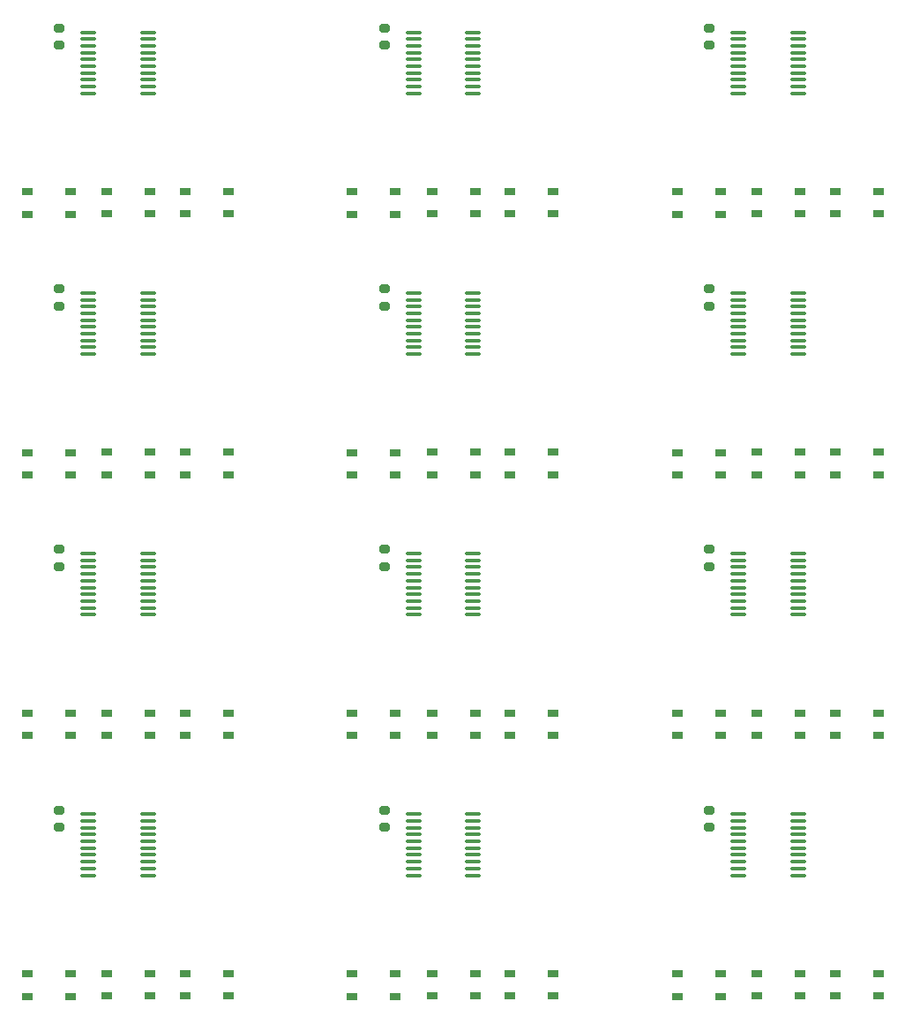
<source format=gbp>
G04 #@! TF.GenerationSoftware,KiCad,Pcbnew,7.0.7*
G04 #@! TF.CreationDate,2024-02-13T21:43:46-05:00*
G04 #@! TF.ProjectId,panelized,70616e65-6c69-47a6-9564-2e6b69636164,rev?*
G04 #@! TF.SameCoordinates,Original*
G04 #@! TF.FileFunction,Paste,Bot*
G04 #@! TF.FilePolarity,Positive*
%FSLAX46Y46*%
G04 Gerber Fmt 4.6, Leading zero omitted, Abs format (unit mm)*
G04 Created by KiCad (PCBNEW 7.0.7) date 2024-02-13 21:43:46*
%MOMM*%
%LPD*%
G01*
G04 APERTURE LIST*
G04 Aperture macros list*
%AMRoundRect*
0 Rectangle with rounded corners*
0 $1 Rounding radius*
0 $2 $3 $4 $5 $6 $7 $8 $9 X,Y pos of 4 corners*
0 Add a 4 corners polygon primitive as box body*
4,1,4,$2,$3,$4,$5,$6,$7,$8,$9,$2,$3,0*
0 Add four circle primitives for the rounded corners*
1,1,$1+$1,$2,$3*
1,1,$1+$1,$4,$5*
1,1,$1+$1,$6,$7*
1,1,$1+$1,$8,$9*
0 Add four rect primitives between the rounded corners*
20,1,$1+$1,$2,$3,$4,$5,0*
20,1,$1+$1,$4,$5,$6,$7,0*
20,1,$1+$1,$6,$7,$8,$9,0*
20,1,$1+$1,$8,$9,$2,$3,0*%
G04 Aperture macros list end*
%ADD10R,1.050000X0.650000*%
%ADD11RoundRect,0.200000X0.275000X-0.200000X0.275000X0.200000X-0.275000X0.200000X-0.275000X-0.200000X0*%
%ADD12RoundRect,0.100000X-0.637500X-0.100000X0.637500X-0.100000X0.637500X0.100000X-0.637500X0.100000X0*%
G04 APERTURE END LIST*
D10*
X122419086Y-64675000D03*
X126569086Y-64675000D03*
X122419086Y-62525000D03*
X126569086Y-62525000D03*
X177319086Y-64675000D03*
X181469086Y-64675000D03*
X177319086Y-62525000D03*
X181469086Y-62525000D03*
D11*
X110344086Y-98500000D03*
X110344086Y-96850000D03*
D10*
X111394086Y-137550000D03*
X107244086Y-137550000D03*
X111394086Y-139700000D03*
X107244086Y-139700000D03*
X114919086Y-89675000D03*
X119069086Y-89675000D03*
X114919086Y-87525000D03*
X119069086Y-87525000D03*
D12*
X113119086Y-53100000D03*
X113119086Y-52450000D03*
X113119086Y-51800000D03*
X113119086Y-51150000D03*
X113119086Y-50500000D03*
X113119086Y-49850000D03*
X113119086Y-49200000D03*
X113119086Y-48550000D03*
X113119086Y-47900000D03*
X113119086Y-47250000D03*
X118844086Y-47250000D03*
X118844086Y-47900000D03*
X118844086Y-48550000D03*
X118844086Y-49200000D03*
X118844086Y-49850000D03*
X118844086Y-50500000D03*
X118844086Y-51150000D03*
X118844086Y-51800000D03*
X118844086Y-52450000D03*
X118844086Y-53100000D03*
D10*
X111394086Y-62550000D03*
X107244086Y-62550000D03*
X111394086Y-64700000D03*
X107244086Y-64700000D03*
D12*
X144319086Y-53100000D03*
X144319086Y-52450000D03*
X144319086Y-51800000D03*
X144319086Y-51150000D03*
X144319086Y-50500000D03*
X144319086Y-49850000D03*
X144319086Y-49200000D03*
X144319086Y-48550000D03*
X144319086Y-47900000D03*
X144319086Y-47250000D03*
X150044086Y-47250000D03*
X150044086Y-47900000D03*
X150044086Y-48550000D03*
X150044086Y-49200000D03*
X150044086Y-49850000D03*
X150044086Y-50500000D03*
X150044086Y-51150000D03*
X150044086Y-51800000D03*
X150044086Y-52450000D03*
X150044086Y-53100000D03*
D11*
X110344086Y-73500000D03*
X110344086Y-71850000D03*
D12*
X144319086Y-128100000D03*
X144319086Y-127450000D03*
X144319086Y-126800000D03*
X144319086Y-126150000D03*
X144319086Y-125500000D03*
X144319086Y-124850000D03*
X144319086Y-124200000D03*
X144319086Y-123550000D03*
X144319086Y-122900000D03*
X144319086Y-122250000D03*
X150044086Y-122250000D03*
X150044086Y-122900000D03*
X150044086Y-123550000D03*
X150044086Y-124200000D03*
X150044086Y-124850000D03*
X150044086Y-125500000D03*
X150044086Y-126150000D03*
X150044086Y-126800000D03*
X150044086Y-127450000D03*
X150044086Y-128100000D03*
D10*
X153619086Y-114675000D03*
X157769086Y-114675000D03*
X153619086Y-112525000D03*
X157769086Y-112525000D03*
X142594086Y-87550000D03*
X138444086Y-87550000D03*
X142594086Y-89700000D03*
X138444086Y-89700000D03*
D12*
X113119086Y-103100000D03*
X113119086Y-102450000D03*
X113119086Y-101800000D03*
X113119086Y-101150000D03*
X113119086Y-100500000D03*
X113119086Y-99850000D03*
X113119086Y-99200000D03*
X113119086Y-98550000D03*
X113119086Y-97900000D03*
X113119086Y-97250000D03*
X118844086Y-97250000D03*
X118844086Y-97900000D03*
X118844086Y-98550000D03*
X118844086Y-99200000D03*
X118844086Y-99850000D03*
X118844086Y-100500000D03*
X118844086Y-101150000D03*
X118844086Y-101800000D03*
X118844086Y-102450000D03*
X118844086Y-103100000D03*
D10*
X184819086Y-114675000D03*
X188969086Y-114675000D03*
X184819086Y-112525000D03*
X188969086Y-112525000D03*
X122419086Y-89675000D03*
X126569086Y-89675000D03*
X122419086Y-87525000D03*
X126569086Y-87525000D03*
D12*
X175519086Y-103100000D03*
X175519086Y-102450000D03*
X175519086Y-101800000D03*
X175519086Y-101150000D03*
X175519086Y-100500000D03*
X175519086Y-99850000D03*
X175519086Y-99200000D03*
X175519086Y-98550000D03*
X175519086Y-97900000D03*
X175519086Y-97250000D03*
X181244086Y-97250000D03*
X181244086Y-97900000D03*
X181244086Y-98550000D03*
X181244086Y-99200000D03*
X181244086Y-99850000D03*
X181244086Y-100500000D03*
X181244086Y-101150000D03*
X181244086Y-101800000D03*
X181244086Y-102450000D03*
X181244086Y-103100000D03*
X175519086Y-53100000D03*
X175519086Y-52450000D03*
X175519086Y-51800000D03*
X175519086Y-51150000D03*
X175519086Y-50500000D03*
X175519086Y-49850000D03*
X175519086Y-49200000D03*
X175519086Y-48550000D03*
X175519086Y-47900000D03*
X175519086Y-47250000D03*
X181244086Y-47250000D03*
X181244086Y-47900000D03*
X181244086Y-48550000D03*
X181244086Y-49200000D03*
X181244086Y-49850000D03*
X181244086Y-50500000D03*
X181244086Y-51150000D03*
X181244086Y-51800000D03*
X181244086Y-52450000D03*
X181244086Y-53100000D03*
D10*
X173794086Y-112550000D03*
X169644086Y-112550000D03*
X173794086Y-114700000D03*
X169644086Y-114700000D03*
X153619086Y-89675000D03*
X157769086Y-89675000D03*
X153619086Y-87525000D03*
X157769086Y-87525000D03*
D11*
X172744086Y-73500000D03*
X172744086Y-71850000D03*
D10*
X146119086Y-114675000D03*
X150269086Y-114675000D03*
X146119086Y-112525000D03*
X150269086Y-112525000D03*
X122419086Y-114675000D03*
X126569086Y-114675000D03*
X122419086Y-112525000D03*
X126569086Y-112525000D03*
X111394086Y-87550000D03*
X107244086Y-87550000D03*
X111394086Y-89700000D03*
X107244086Y-89700000D03*
X146119086Y-139675000D03*
X150269086Y-139675000D03*
X146119086Y-137525000D03*
X150269086Y-137525000D03*
X153619086Y-139675000D03*
X157769086Y-139675000D03*
X153619086Y-137525000D03*
X157769086Y-137525000D03*
X173794086Y-87550000D03*
X169644086Y-87550000D03*
X173794086Y-89700000D03*
X169644086Y-89700000D03*
X177319086Y-114675000D03*
X181469086Y-114675000D03*
X177319086Y-112525000D03*
X181469086Y-112525000D03*
X142594086Y-137550000D03*
X138444086Y-137550000D03*
X142594086Y-139700000D03*
X138444086Y-139700000D03*
X114919086Y-114675000D03*
X119069086Y-114675000D03*
X114919086Y-112525000D03*
X119069086Y-112525000D03*
X177319086Y-139675000D03*
X181469086Y-139675000D03*
X177319086Y-137525000D03*
X181469086Y-137525000D03*
D11*
X141544086Y-123500000D03*
X141544086Y-121850000D03*
D10*
X184819086Y-139675000D03*
X188969086Y-139675000D03*
X184819086Y-137525000D03*
X188969086Y-137525000D03*
X184819086Y-89675000D03*
X188969086Y-89675000D03*
X184819086Y-87525000D03*
X188969086Y-87525000D03*
X146119086Y-64675000D03*
X150269086Y-64675000D03*
X146119086Y-62525000D03*
X150269086Y-62525000D03*
X114919086Y-64675000D03*
X119069086Y-64675000D03*
X114919086Y-62525000D03*
X119069086Y-62525000D03*
D11*
X172744086Y-48500000D03*
X172744086Y-46850000D03*
D12*
X175519086Y-128100000D03*
X175519086Y-127450000D03*
X175519086Y-126800000D03*
X175519086Y-126150000D03*
X175519086Y-125500000D03*
X175519086Y-124850000D03*
X175519086Y-124200000D03*
X175519086Y-123550000D03*
X175519086Y-122900000D03*
X175519086Y-122250000D03*
X181244086Y-122250000D03*
X181244086Y-122900000D03*
X181244086Y-123550000D03*
X181244086Y-124200000D03*
X181244086Y-124850000D03*
X181244086Y-125500000D03*
X181244086Y-126150000D03*
X181244086Y-126800000D03*
X181244086Y-127450000D03*
X181244086Y-128100000D03*
D11*
X141544086Y-48500000D03*
X141544086Y-46850000D03*
D10*
X184819086Y-64675000D03*
X188969086Y-64675000D03*
X184819086Y-62525000D03*
X188969086Y-62525000D03*
D12*
X144319086Y-103100000D03*
X144319086Y-102450000D03*
X144319086Y-101800000D03*
X144319086Y-101150000D03*
X144319086Y-100500000D03*
X144319086Y-99850000D03*
X144319086Y-99200000D03*
X144319086Y-98550000D03*
X144319086Y-97900000D03*
X144319086Y-97250000D03*
X150044086Y-97250000D03*
X150044086Y-97900000D03*
X150044086Y-98550000D03*
X150044086Y-99200000D03*
X150044086Y-99850000D03*
X150044086Y-100500000D03*
X150044086Y-101150000D03*
X150044086Y-101800000D03*
X150044086Y-102450000D03*
X150044086Y-103100000D03*
D11*
X110344086Y-123500000D03*
X110344086Y-121850000D03*
X110344086Y-48500000D03*
X110344086Y-46850000D03*
X172744086Y-98500000D03*
X172744086Y-96850000D03*
D10*
X114919086Y-139675000D03*
X119069086Y-139675000D03*
X114919086Y-137525000D03*
X119069086Y-137525000D03*
X173794086Y-62550000D03*
X169644086Y-62550000D03*
X173794086Y-64700000D03*
X169644086Y-64700000D03*
X177319086Y-89675000D03*
X181469086Y-89675000D03*
X177319086Y-87525000D03*
X181469086Y-87525000D03*
X111394086Y-112550000D03*
X107244086Y-112550000D03*
X111394086Y-114700000D03*
X107244086Y-114700000D03*
X142594086Y-112550000D03*
X138444086Y-112550000D03*
X142594086Y-114700000D03*
X138444086Y-114700000D03*
X153619086Y-64675000D03*
X157769086Y-64675000D03*
X153619086Y-62525000D03*
X157769086Y-62525000D03*
X142594086Y-62550000D03*
X138444086Y-62550000D03*
X142594086Y-64700000D03*
X138444086Y-64700000D03*
D11*
X141544086Y-98500000D03*
X141544086Y-96850000D03*
D12*
X113119086Y-78100000D03*
X113119086Y-77450000D03*
X113119086Y-76800000D03*
X113119086Y-76150000D03*
X113119086Y-75500000D03*
X113119086Y-74850000D03*
X113119086Y-74200000D03*
X113119086Y-73550000D03*
X113119086Y-72900000D03*
X113119086Y-72250000D03*
X118844086Y-72250000D03*
X118844086Y-72900000D03*
X118844086Y-73550000D03*
X118844086Y-74200000D03*
X118844086Y-74850000D03*
X118844086Y-75500000D03*
X118844086Y-76150000D03*
X118844086Y-76800000D03*
X118844086Y-77450000D03*
X118844086Y-78100000D03*
D10*
X173794086Y-137550000D03*
X169644086Y-137550000D03*
X173794086Y-139700000D03*
X169644086Y-139700000D03*
X122419086Y-139675000D03*
X126569086Y-139675000D03*
X122419086Y-137525000D03*
X126569086Y-137525000D03*
X146119086Y-89675000D03*
X150269086Y-89675000D03*
X146119086Y-87525000D03*
X150269086Y-87525000D03*
D12*
X113119086Y-128100000D03*
X113119086Y-127450000D03*
X113119086Y-126800000D03*
X113119086Y-126150000D03*
X113119086Y-125500000D03*
X113119086Y-124850000D03*
X113119086Y-124200000D03*
X113119086Y-123550000D03*
X113119086Y-122900000D03*
X113119086Y-122250000D03*
X118844086Y-122250000D03*
X118844086Y-122900000D03*
X118844086Y-123550000D03*
X118844086Y-124200000D03*
X118844086Y-124850000D03*
X118844086Y-125500000D03*
X118844086Y-126150000D03*
X118844086Y-126800000D03*
X118844086Y-127450000D03*
X118844086Y-128100000D03*
X144319086Y-78100000D03*
X144319086Y-77450000D03*
X144319086Y-76800000D03*
X144319086Y-76150000D03*
X144319086Y-75500000D03*
X144319086Y-74850000D03*
X144319086Y-74200000D03*
X144319086Y-73550000D03*
X144319086Y-72900000D03*
X144319086Y-72250000D03*
X150044086Y-72250000D03*
X150044086Y-72900000D03*
X150044086Y-73550000D03*
X150044086Y-74200000D03*
X150044086Y-74850000D03*
X150044086Y-75500000D03*
X150044086Y-76150000D03*
X150044086Y-76800000D03*
X150044086Y-77450000D03*
X150044086Y-78100000D03*
X175519086Y-78100000D03*
X175519086Y-77450000D03*
X175519086Y-76800000D03*
X175519086Y-76150000D03*
X175519086Y-75500000D03*
X175519086Y-74850000D03*
X175519086Y-74200000D03*
X175519086Y-73550000D03*
X175519086Y-72900000D03*
X175519086Y-72250000D03*
X181244086Y-72250000D03*
X181244086Y-72900000D03*
X181244086Y-73550000D03*
X181244086Y-74200000D03*
X181244086Y-74850000D03*
X181244086Y-75500000D03*
X181244086Y-76150000D03*
X181244086Y-76800000D03*
X181244086Y-77450000D03*
X181244086Y-78100000D03*
D11*
X141544086Y-73500000D03*
X141544086Y-71850000D03*
X172744086Y-123500000D03*
X172744086Y-121850000D03*
M02*

</source>
